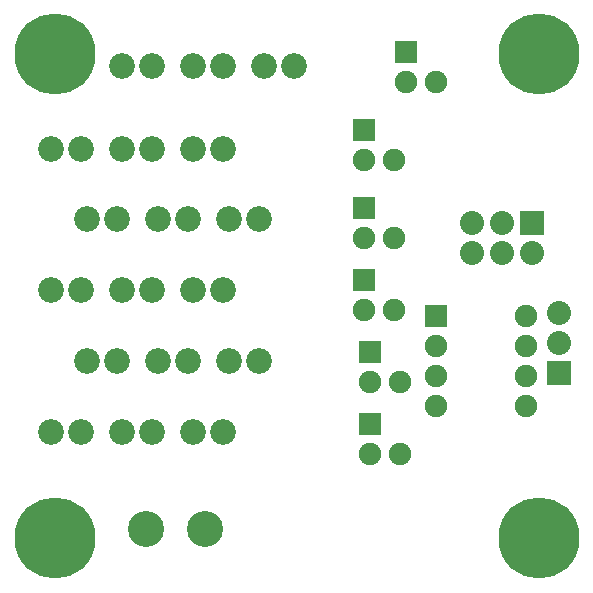
<source format=gbs>
G04 (created by PCBNEW (2013-04-19 BZR 4011)-stable) date 10/06/2013 12:13:35*
%MOIN*%
G04 Gerber Fmt 3.4, Leading zero omitted, Abs format*
%FSLAX34Y34*%
G01*
G70*
G90*
G04 APERTURE LIST*
%ADD10C,2.3622e-006*%
%ADD11R,0.08X0.08*%
%ADD12C,0.08*%
%ADD13C,0.086*%
%ADD14C,0.12*%
%ADD15C,0.27*%
%ADD16R,0.075X0.075*%
%ADD17C,0.075*%
G04 APERTURE END LIST*
G54D10*
G54D11*
X79423Y-43696D03*
G54D12*
X79423Y-42696D03*
X79423Y-41696D03*
G54D13*
X63673Y-38582D03*
X64673Y-38582D03*
X67216Y-40944D03*
X68216Y-40944D03*
X64854Y-40944D03*
X65854Y-40944D03*
X62492Y-40944D03*
X63492Y-40944D03*
X68397Y-38582D03*
X69397Y-38582D03*
X66035Y-38582D03*
X67035Y-38582D03*
X67216Y-36220D03*
X68216Y-36220D03*
X64854Y-36220D03*
X65854Y-36220D03*
X62492Y-36220D03*
X63492Y-36220D03*
X69578Y-33464D03*
X70578Y-33464D03*
X67216Y-33464D03*
X68216Y-33464D03*
X64854Y-33464D03*
X65854Y-33464D03*
G54D14*
X67623Y-48896D03*
X65655Y-48896D03*
G54D13*
X63673Y-43307D03*
X64673Y-43307D03*
X66035Y-43307D03*
X67035Y-43307D03*
X68397Y-43307D03*
X69397Y-43307D03*
X62492Y-45669D03*
X63492Y-45669D03*
X64854Y-45669D03*
X65854Y-45669D03*
X67216Y-45669D03*
X68216Y-45669D03*
G54D15*
X78740Y-49212D03*
X62598Y-49212D03*
X78740Y-33070D03*
X62598Y-33070D03*
G54D16*
X75323Y-41796D03*
G54D17*
X75323Y-42796D03*
X75323Y-43796D03*
X75323Y-44796D03*
X78323Y-44796D03*
X78323Y-43796D03*
X78323Y-42796D03*
X78323Y-41796D03*
G54D16*
X72923Y-40596D03*
G54D17*
X72923Y-41596D03*
X73923Y-41596D03*
G54D16*
X72923Y-38196D03*
G54D17*
X72923Y-39196D03*
X73923Y-39196D03*
G54D16*
X72923Y-35596D03*
G54D17*
X72923Y-36596D03*
X73923Y-36596D03*
G54D16*
X74323Y-32996D03*
G54D17*
X74323Y-33996D03*
X75323Y-33996D03*
G54D16*
X73123Y-42996D03*
G54D17*
X73123Y-43996D03*
X74123Y-43996D03*
G54D16*
X73123Y-45396D03*
G54D17*
X73123Y-46396D03*
X74123Y-46396D03*
G54D11*
X78500Y-38700D03*
G54D12*
X78500Y-39700D03*
X77500Y-38700D03*
X77500Y-39700D03*
X76500Y-38700D03*
X76500Y-39700D03*
M02*

</source>
